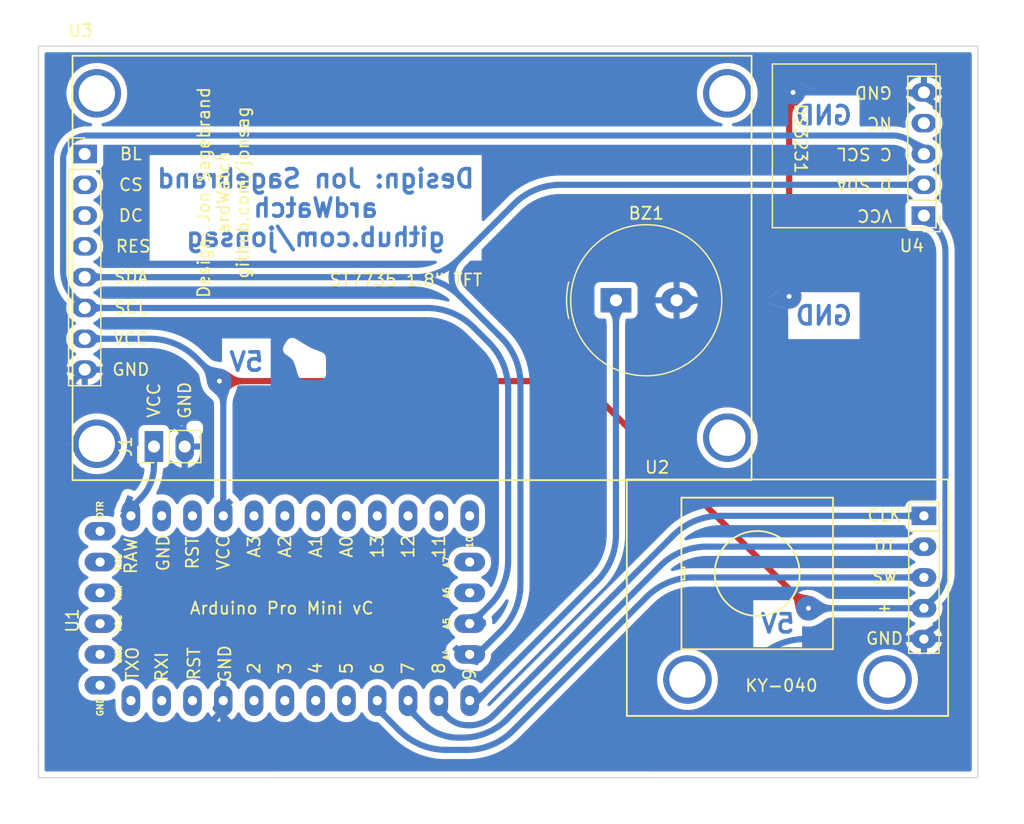
<source format=kicad_pcb>
(kicad_pcb (version 20211014) (generator pcbnew)
  (layers (0 "F.Cu" signal) (31 "B.Cu" signal) (34 "B.Paste" user) (35 "F.Paste" user) (36 "B.SilkS" user "B.Silkscreen") (37 "F.SilkS" user "F.Silkscreen") (38 "B.Mask" user) (39 "F.Mask" user) (44 "Edge.Cuts" user))
  (net 0 "")
  (net 1 "GND")
  (net 4 "VCC")
  (net 8 "+5V")
  (net 26 "SDA")
  (net 32 "SCL")
  (net 35 "Net-(U1-Pad12)")
  (net 37 "Net-(U2-Pad3)")
  (net 38 "Net-(U2-Pad2)")
  (net 39 "Net-(U2-Pad1)")
  (footprint "My_Parts:DS3231_RTC_module_large" (layer "F.Cu") (at 149.225 63.5 180)
    (fp_text reference "U4")
    (fp_text value "DS3231_RTC_module" hide)
  )
  (footprint "My_Arduino:Arduino_Pro_Mini_vC_larger_pads" (layer "F.Cu") (at 83.82 103.505 90)
    (fp_text reference "U1")
    (fp_text value "Arduino_Mini_Pro" hide)
  )
  (footprint "My_Parts:KY-040_rotary_encoder module_w_header_large" (layer "F.Cu") (at 149.225 88.265)
    (fp_text reference "U2")
    (fp_text value "KY-040_Rotary_Encoder" hide)
  )
  (footprint "My_Misc:Buzzer_TDK_PS1240P02BT_D12.2mm_H6.5mm_large" (layer "F.Cu") (at 123.825 70.485)
    (fp_text reference "BZ1")
    (fp_text value "Buzzer")
  )
  (footprint "My_Headers:2-pin_power_input_header_larger_pads" (layer "F.Cu") (at 85.72 82.55 90)
    (fp_text reference "J1")
    (fp_text value "2-pin_power_input_header" hide)
  )
  (footprint "My_Parts:ST7735_1.8_TFT_display_128x160_large" (layer "F.Cu") (at 80.01 58.42)
    (fp_text reference "U3")
    (fp_text value "ST7735_1.8\"_TFT_128x160" hide)
  )
  (gr_line (start 142.24 49.53) (end 153.67 49.53) (layer "Edge.Cuts") (width 0.1))
  (gr_line (start 153.67 49.53) (end 153.67 109.855) (layer "Edge.Cuts") (width 0.1))
  (gr_line (start 76.2 109.855) (end 76.2 107.315) (layer "Edge.Cuts") (width 0.1))
  (gr_line (start 142.24 49.53) (end 76.2 49.53) (layer "Edge.Cuts") (width 0.1))
  (gr_line (start 153.67 109.855) (end 76.2 109.855) (layer "Edge.Cuts") (width 0.1))
  (gr_line (start 76.2 49.53) (end 76.2 107.95) (layer "Edge.Cuts") (width 0.1))
  (gr_text "5V" (at 137.16 97.155) (layer "B.Cu") (effects (font (size 1.5 1.5) (thickness 0.3)) (justify mirror)))
  (gr_text "5V" (at 93.345 75.565) (layer "B.Cu") (effects (font (size 1.5 1.5) (thickness 0.3)) (justify mirror)))
  (gr_text "GND" (at 140.97 71.755) (layer "B.Cu") (effects (font (size 1.5 1.5) (thickness 0.3)) (justify mirror)))
  (gr_text "GND" (at 140.97 55.245) (layer "B.Cu") (effects (font (size 1.5 1.5) (thickness 0.3)) (justify mirror)))
  (gr_text "Design: Jon Sagebrand\nardWatch\ngithub.com/jonsag" (at 99.06 62.865) (layer "B.Cu") (effects (font (size 1.5 1.5) (thickness 0.3)) (justify mirror)))
  (gr_text "Design: Jon Sagebrand\nardWatch\ngithub.com/jonsag" (at 91.44 61.595 90) (layer "F.SilkS") (effects (font (size 1 1))))
  (segment (start 138.1125 53.882006) (end 138.1125 70.1675) (width 0.508) (layer "F.Cu") (net 1))
  (segment (start 138.27125 53.49875) (end 138.43 53.34) (width 0.508) (layer "F.Cu") (net 1))
  (via (at 138.1125 70.1675) (size 2.032) (drill 0.4) (layers "F.Cu" "B.Cu") (net 1))
  (via (at 138.43 53.34) (size 2.032) (drill 0.4) (layers "F.Cu" "B.Cu") (net 1))
  (arc (start 138.27125 53.49875) (mid 138.153757 53.674589) (end 138.1125 53.882006) (width 0.508) (layer "F.Cu") (net 1))
  (segment (start 93.656207 106.991207) (end 90.805 104.14) (width 0.508) (layer "B.Cu") (net 1))
  (segment (start 91.44 103.886) (end 91.44 103.505) (width 0.508) (layer "B.Cu") (net 1))
  (segment (start 138.1125 70.1675) (end 138.43 69.85) (width 0.508) (layer "B.Cu") (net 1))
  (segment (start 90.805239 104.901759) (end 91.170592 104.536407) (width 0.508) (layer "B.Cu") (net 1))
  (segment (start 89.272793 105.53652) (end 83.280728 105.53652) (width 0.508) (layer "B.Cu") (net 1))
  (segment (start 147.250022 98.425) (end 139.413963 98.425) (width 0.508) (layer "B.Cu") (net 1))
  (segment (start 152.01804 93.656982) (end 152.01804 58.108017) (width 0.508) (layer "B.Cu") (net 1))
  (segment (start 137.570493 70.485) (end 128.825 70.485) (width 0.508) (layer "B.Cu") (net 1))
  (segment (start 135.566207 100.018792) (end 128.593792 106.991207) (width 0.508) (layer "B.Cu") (net 1))
  (segment (start 138.43 53.34) (end 137.795 52.705) (width 0.508) (layer "B.Cu") (net 1))
  (segment (start 97.503963 108.585) (end 124.746036 108.585) (width 0.508) (layer "B.Cu") (net 1))
  (segment (start 78.755989 101.01178) (end 78.755989 78.34073) (width 0.508) (layer "B.Cu") (net 1))
  (segment (start 87.901135 81.176113) (end 83.955637 77.230615) (width 0.508) (layer "B.Cu") (net 1))
  (segment (start 138.43 53.34) (end 147.250022 53.34) (width 0.508) (layer "B.Cu") (net 1))
  (segment (start 88.26 82.042489) (end 88.26 82.55) (width 0.508) (layer "B.Cu") (net 1))
  (segment (start 137.95375 70.32625) (end 138.1125 70.1675) (width 0.508) (layer "B.Cu") (net 1))
  (segment (start 80.896719 76.2) (end 81.467511 76.2) (width 0.508) (layer "B.Cu") (net 1))
  (arc (start 137.95375 70.32625) (mid 137.77791 70.443742) (end 137.570493 70.485) (width 0.508) (layer "B.Cu") (net 1))
  (arc (start 91.44 103.886) (mid 91.369983 104.237997) (end 91.170592 104.536407) (width 0.508) (layer "B.Cu") (net 1))
  (arc (start 80.896719 76.2) (mid 80.077497 76.362953) (end 79.382994 76.827005) (width 0.508) (layer "B.Cu") (net 1))
  (arc (start 87.901135 81.176113) (mid 88.166734 81.573609) (end 88.26 82.042489) (width 0.508) (layer "B.Cu") (net 1))
  (arc (start 139.413963 98.425) (mid 137.331572 98.839213) (end 135.566207 100.018792) (width 0.508) (layer "B.Cu") (net 1))
  (arc (start 150.62152 97.02848) (mid 149.074663 98.062056) (end 147.250022 98.425) (width 0.508) (layer "B.Cu") (net 1))
  (arc (start 79.382994 76.827005) (mid 78.918942 77.521508) (end 78.755989 78.34073) (width 0.508) (layer "B.Cu") (net 1))
  (arc (start 150.62152 54.73652) (mid 149.074663 53.702943) (end 147.250022 53.34) (width 0.508) (layer "B.Cu") (net 1))
  (arc (start 80.081254 104.211254) (mid 81.549185 105.192094) (end 83.280728 105.53652) (width 0.508) (layer "B.Cu") (net 1))
  (arc (start 128.593792 106.991207) (mid 126.828426 108.170786) (end 124.746036 108.585) (width 0.508) (layer "B.Cu") (net 1))
  (arc (start 93.656207 106.991207) (mid 95.421572 108.170786) (end 97.503963 108.585) (width 0.508) (layer "B.Cu") (net 1))
  (arc (start 78.755989 101.01178) (mid 79.100414 102.743323) (end 80.081254 104.211254) (width 0.508) (layer "B.Cu") (net 1))
  (arc (start 90.805239 104.901759) (mid 90.102147 105.37155) (end 89.272793 105.53652) (width 0.508) (layer "B.Cu") (net 1))
  (arc (start 83.955637 77.230615) (mid 82.814075 76.467848) (end 81.467511 76.2) (width 0.508) (layer "B.Cu") (net 1))
  (arc (start 152.01804 93.656982) (mid 151.655096 95.481623) (end 150.62152 97.02848) (width 0.508) (layer "B.Cu") (net 1))
  (arc (start 150.62152 54.73652) (mid 151.655096 56.283376) (end 152.01804 58.108017) (width 0.508) (layer "B.Cu") (net 1))
  (segment (start 84.5957 86.854299) (end 83.185 88.265) (width 0.508) (layer "B.Cu") (net 4))
  (segment (start 85.72 84.14) (end 85.72 82.55) (width 0.508) (layer "B.Cu") (net 4))
  (arc (start 85.72 84.14) (mid 85.427803 85.608968) (end 84.5957 86.854299) (width 0.508) (layer "B.Cu") (net 4))
  (segment (start 118.713536 77.1525) (end 91.1225 77.1525) (width 0.508) (layer "F.Cu") (net 8))
  (segment (start 122.561292 78.746292) (end 139.7 95.885) (width 0.508) (layer "F.Cu") (net 8))
  (via (at 139.7 95.885) (size 2.032) (drill 0.4) (layers "F.Cu" "B.Cu") (net 8))
  (via (at 91.1225 77.1525) (size 2.032) (drill 0.4) (layers "F.Cu" "B.Cu") (net 8))
  (arc (start 122.561292 78.746292) (mid 120.795926 77.566713) (end 118.713536 77.1525) (width 0.508) (layer "F.Cu") (net 8))
  (segment (start 150.11376 64.38876) (end 149.225 63.5) (width 0.508) (layer "B.Cu") (net 8))
  (segment (start 91.1225 77.1525) (end 89.223792 75.253792) (width 0.508) (layer "B.Cu") (net 8))
  (segment (start 151.00252 92.850583) (end 151.00252 66.534416) (width 0.508) (layer "B.Cu") (net 8))
  (segment (start 85.376036 73.66) (end 80.01 73.66) (width 0.508) (layer "B.Cu") (net 8))
  (segment (start 91.44 77.694506) (end 91.44 88.265) (width 0.508) (layer "B.Cu") (net 8))
  (segment (start 139.7 95.885) (end 147.968103 95.885) (width 0.508) (layer "B.Cu") (net 8))
  (segment (start 91.1225 77.1525) (end 91.28125 77.31125) (width 0.508) (layer "B.Cu") (net 8))
  (arc (start 150.11376 94.99624) (mid 149.129324 95.654018) (end 147.968103 95.885) (width 0.508) (layer "B.Cu") (net 8))
  (arc (start 150.11376 64.38876) (mid 150.771538 65.373195) (end 151.00252 66.534416) (width 0.508) (layer "B.Cu") (net 8))
  (arc (start 91.28125 77.31125) (mid 91.398742 77.487089) (end 91.44 77.694506) (width 0.508) (layer "B.Cu") (net 8))
  (arc (start 89.223792 75.253792) (mid 87.458426 74.074213) (end 85.376036 73.66) (width 0.508) (layer "B.Cu") (net 8))
  (arc (start 151.00252 92.850583) (mid 150.771538 94.011804) (end 150.11376 94.99624) (width 0.508) (layer "B.Cu") (net 8))
  (segment (start 115.95052 77.398321) (end 115.95052 93.885516) (width 0.508) (layer "B.Cu") (net 26))
  (segment (start 119.260125 60.96) (end 149.225 60.96) (width 0.508) (layer "B.Cu") (net 26))
  (segment (start 112.619506 99.470493) (end 114.356727 97.733272) (width 0.508) (layer "B.Cu") (net 26))
  (segment (start 115.412369 62.553792) (end 110.800374 67.165787) (width 0.508) (layer "B.Cu") (net 26))
  (segment (start 112.0775 99.695) (end 111.76 99.695) (width 0.508) (layer "B.Cu") (net 26))
  (segment (start 107.132198 68.58) (end 80.01 68.58) (width 0.508) (layer "B.Cu") (net 26))
  (segment (start 114.356727 73.550565) (end 110.979954 70.173792) (width 0.508) (layer "B.Cu") (net 26))
  (arc (start 107.132198 68.58) (mid 109.167917 68.212458) (end 110.800374 67.165787) (width 0.508) (layer "B.Cu") (net 26))
  (arc (start 110.979954 70.173792) (mid 109.214588 68.994213) (end 107.132198 68.58) (width 0.508) (layer "B.Cu") (net 26))
  (arc (start 115.95052 93.885516) (mid 115.536306 95.967906) (end 114.356727 97.733272) (width 0.508) (layer "B.Cu") (net 26))
  (arc (start 110.800374 67.165787) (mid 110.267185 68.632597) (end 110.979954 70.173792) (width 0.508) (layer "B.Cu") (net 26))
  (arc (start 114.356727 73.550565) (mid 115.536306 75.31593) (end 115.95052 77.398321) (width 0.508) (layer "B.Cu") (net 26))
  (arc (start 112.619506 99.470493) (mid 112.370831 99.636652) (end 112.0775 99.695) (width 0.508) (layer "B.Cu") (net 26))
  (arc (start 119.260125 60.96) (mid 117.177734 61.374213) (end 115.412369 62.553792) (width 0.508) (layer "B.Cu") (net 26))
  (segment (start 114.935 77.818963) (end 114.935 91.944196) (width 0.508) (layer "B.Cu") (net 32))
  (segment (start 111.821291 97.155) (end 111.76 97.155) (width 0.508) (layer "B.Cu") (net 32))
  (segment (start 81.26689 71.12) (end 108.236036 71.12) (width 0.508) (layer "B.Cu") (net 32))
  (segment (start 111.925921 97.11166) (end 113.408791 95.628791) (width 0.508) (layer "B.Cu") (net 32))
  (segment (start 148.463244 57.658244) (end 149.225 58.42) (width 0.508) (layer "B.Cu") (net 32))
  (segment (start 113.341207 73.971207) (end 112.083792 72.713792) (width 0.508) (layer "B.Cu") (net 32))
  (segment (start 80.232487 56.896489) (end 146.624204 56.896489) (width 0.508) (layer "B.Cu") (net 32))
  (segment (start 78.232489 68.085598) (end 78.232489 58.896487) (width 0.508) (layer "B.Cu") (net 32))
  (arc (start 111.925921 97.11166) (mid 111.877916 97.143736) (end 111.821291 97.155) (width 0.508) (layer "B.Cu") (net 32))
  (arc (start 78.232489 68.085598) (mid 78.463468 69.246813) (end 79.121244 70.231244) (width 0.508) (layer "B.Cu") (net 32))
  (arc (start 114.935 91.944196) (mid 114.538351 93.938284) (end 113.408791 95.628791) (width 0.508) (layer "B.Cu") (net 32))
  (arc (start 79.121244 70.231244) (mid 80.105674 70.889019) (end 81.26689 71.12) (width 0.508) (layer "B.Cu") (net 32))
  (arc (start 113.341207 73.971207) (mid 114.520786 75.736572) (end 114.935 77.818963) (width 0.508) (layer "B.Cu") (net 32))
  (arc (start 112.083792 72.713792) (mid 110.318426 71.534213) (end 108.236036 71.12) (width 0.508) (layer "B.Cu") (net 32))
  (arc (start 148.463244 57.658244) (mid 147.619485 57.094462) (end 146.624204 56.896489) (width 0.508) (layer "B.Cu") (net 32))
  (arc (start 80.232487 56.896489) (mid 78.818274 57.482274) (end 78.232489 58.896487) (width 0.508) (layer "B.Cu") (net 32))
  (segment (start 122.231207 93.668792) (end 112.395 103.505) (width 0.508) (layer "B.Cu") (net 35))
  (segment (start 123.825 89.821036) (end 123.825 70.485) (width 0.508) (layer "B.Cu") (net 35))
  (arc (start 123.825 89.821036) (mid 123.410786 91.903426) (end 122.231207 93.668792) (width 0.508) (layer "B.Cu") (net 35))
  (segment (start 109.821523 107.56756) (end 111.4908 107.56756) (width 0.508) (layer "B.Cu") (net 37))
  (segment (start 104.14 103.8225) (end 104.14 103.505) (width 0.508) (layer "B.Cu") (net 37))
  (segment (start 130.221287 93.345) (end 149.225 93.345) (width 0.508) (layer "B.Cu") (net 37))
  (segment (start 105.973767 105.973767) (end 104.364506 104.364506) (width 0.508) (layer "B.Cu") (net 37))
  (segment (start 115.338556 105.973767) (end 126.373531 94.938792) (width 0.508) (layer "B.Cu") (net 37))
  (arc (start 130.221287 93.345) (mid 128.138896 93.759213) (end 126.373531 94.938792) (width 0.508) (layer "B.Cu") (net 37))
  (arc (start 104.14 103.8225) (mid 104.198347 104.115831) (end 104.364506 104.364506) (width 0.508) (layer "B.Cu") (net 37))
  (arc (start 105.973767 105.973767) (mid 107.739132 107.153346) (end 109.821523 107.56756) (width 0.508) (layer "B.Cu") (net 37))
  (arc (start 115.338556 105.973767) (mid 113.57319 107.153346) (end 111.4908 107.56756) (width 0.508) (layer "B.Cu") (net 37))
  (segment (start 127.477369 92.398792) (end 114.820388 105.055773) (width 0.508) (layer "B.Cu") (net 38))
  (segment (start 131.325125 90.805) (end 149.225 90.805) (width 0.508) (layer "B.Cu") (net 38))
  (segment (start 106.68 103.8225) (end 106.68 103.505) (width 0.508) (layer "B.Cu") (net 38))
  (segment (start 110.797609 106.55204) (end 111.208081 106.55204) (width 0.508) (layer "B.Cu") (net 38))
  (segment (start 107.88602 105.34602) (end 106.904506 104.364506) (width 0.508) (layer "B.Cu") (net 38))
  (arc (start 114.820388 105.055773) (mid 113.163047 106.163172) (end 111.208081 106.55204) (width 0.508) (layer "B.Cu") (net 38))
  (arc (start 107.88602 105.34602) (mid 109.221868 106.238605) (end 110.797609 106.55204) (width 0.508) (layer "B.Cu") (net 38))
  (arc (start 131.325125 90.805) (mid 129.242734 91.219213) (end 127.477369 92.398792) (width 0.508) (layer "B.Cu") (net 38))
  (arc (start 106.68 103.8225) (mid 106.738347 104.115831) (end 106.904506 104.364506) (width 0.508) (layer "B.Cu") (net 38))
  (segment (start 111.604008 105.53652) (end 111.76 105.53652) (width 0.508) (layer "B.Cu") (net 39))
  (segment (start 132.428963 88.265) (end 149.225 88.265) (width 0.508) (layer "B.Cu") (net 39))
  (segment (start 109.22 103.8225) (end 109.22 103.505) (width 0.508) (layer "B.Cu") (net 39))
  (segment (start 109.91826 104.83826) (end 109.444506 104.364506) (width 0.508) (layer "B.Cu") (net 39))
  (segment (start 128.581207 89.858792) (end 113.712042 104.727957) (width 0.508) (layer "B.Cu") (net 39))
  (arc (start 132.428963 88.265) (mid 130.346572 88.679213) (end 128.581207 89.858792) (width 0.508) (layer "B.Cu") (net 39))
  (arc (start 113.712042 104.727957) (mid 112.816437 105.326381) (end 111.76 105.53652) (width 0.508) (layer "B.Cu") (net 39))
  (arc (start 109.22 103.8225) (mid 109.278347 104.115831) (end 109.444506 104.364506) (width 0.508) (layer "B.Cu") (net 39))
  (arc (start 109.91826 104.83826) (mid 110.691687 105.355048) (end 111.604008 105.53652) (width 0.508) (layer "B.Cu") (net 39))
  (zone (net 8) (net_name "+5V") (layer "F.Cu") (priority 16962) (connect_pads yes (clearance 0)) (min_thickness 0.0254) (fill yes (thermal_gap 0.508) (thermal_bridge_width 0.508))
    (polygon (pts (xy 93.1485 76.8985) (xy 92.913819 76.888756) (xy 92.718728 76.860922) (xy 92.554745 76.81709) (xy 92.413387 76.759352) (xy 92.286173 76.689802) (xy 92.164619 76.610531) (xy 92.040244 76.523633) (xy 91.904564 76.431199) (xy 91.749098 76.335324) (xy 91.565364 76.2381) (xy 90.6145 77.1525) (xy 91.565364 78.0669) (xy 91.749098 77.969675) (xy 91.904564 77.8738) (xy 92.040244 77.781366) (xy 92.164619 77.694468) (xy 92.286173 77.615197) (xy 92.413387 77.545647) (xy 92.554745 77.487909) (xy 92.718728 77.444077) (xy 92.913819 77.416243) (xy 93.1485 77.4065)))
  )
  (zone (net 1) (net_name "GND") (layer "F.Cu") (priority 16962) (connect_pads yes (clearance 0)) (min_thickness 0.0254) (fill yes (thermal_gap 0.508) (thermal_bridge_width 0.508))
    (polygon (pts (xy 137.8585 68.1415) (xy 137.848756 68.37618) (xy 137.820922 68.571271) (xy 137.77709 68.735254) (xy 137.719352 68.876612) (xy 137.649802 69.003826) (xy 137.570531 69.12538) (xy 137.483633 69.249755) (xy 137.391199 69.385435) (xy 137.295324 69.540901) (xy 137.1981 69.724636) (xy 138.1125 70.6755) (xy 139.0269 69.724636) (xy 138.929675 69.540901) (xy 138.8338 69.385435) (xy 138.741366 69.249755) (xy 138.654468 69.12538) (xy 138.575197 69.003826) (xy 138.505647 68.876612) (xy 138.447909 68.735254) (xy 138.404077 68.571271) (xy 138.376243 68.37618) (xy 138.3665 68.1415)))
  )
  (zone (net 1) (net_name "GND") (layer "F.Cu") (priority 16962) (connect_pads yes (clearance 0)) (min_thickness 0.0254) (fill yes (thermal_gap 0.508) (thermal_bridge_width 0.508))
    (polygon (pts (xy 138.3665 55.328006) (xy 138.376511 55.121389) (xy 138.405632 54.949955) (xy 138.452487 54.807036) (xy 138.515704 54.685964) (xy 138.593909 54.58007) (xy 138.685729 54.482686) (xy 138.789791 54.387145) (xy 138.904722 54.286778) (xy 139.029147 54.174917) (xy 139.161695 54.044895) (xy 138.587733 52.857109) (xy 137.423287 53.477054) (xy 137.462481 53.701601) (xy 137.511229 53.89179) (xy 137.566309 54.057216) (xy 137.624497 54.207477) (xy 137.682573 54.352169) (xy 137.737315 54.500891) (xy 137.7855 54.663238) (xy 137.823908 54.848808) (xy 137.849315 55.067199) (xy 137.8585 55.328006)))
  )
  (zone (net 8) (net_name "+5V") (layer "F.Cu") (priority 16962) (connect_pads yes (clearance 0)) (min_thickness 0.0254) (fill yes (thermal_gap 0.508) (thermal_bridge_width 0.508))
    (polygon (pts (xy 138.087798 94.632008) (xy 138.246852 94.804841) (xy 138.365121 94.962473) (xy 138.45008 95.10942) (xy 138.509208 95.250202) (xy 138.549982 95.389335) (xy 138.579881 95.53134) (xy 138.606381 95.680733) (xy 138.636961 95.842033) (xy 138.679098 96.019757) (xy 138.74027 96.218426) (xy 140.05921 96.24421) (xy 140.033426 94.92527) (xy 139.834757 94.864098) (xy 139.657033 94.821961) (xy 139.495733 94.791381) (xy 139.34634 94.764881) (xy 139.204335 94.734982) (xy 139.065202 94.694208) (xy 138.92442 94.63508) (xy 138.777473 94.550121) (xy 138.619841 94.431852) (xy 138.447008 94.272798)))
  )
  (zone (net 26) (net_name "SDA") (layer "B.Cu") (priority 16962) (connect_pads yes (clearance 0)) (min_thickness 0.0254) (fill yes (thermal_gap 0.508) (thermal_bridge_width 0.508))
    (polygon (pts (xy 112.507423 100.070057) (xy 112.457584 100.061557) (xy 112.417644 100.045337) (xy 112.386641 100.022269) (xy 112.36361 99.993224) (xy 112.347592 99.959075) (xy 112.337622 99.920693) (xy 112.332739 99.878949) (xy 112.33198 99.834716) (xy 112.334383 99.788866) (xy 112.338986 99.74227) (xy 111.456291 99.295337) (xy 111.522053 100.414638) (xy 111.634365 100.425943) (xy 111.730527 100.440162) (xy 111.815114 100.456607) (xy 111.8927 100.474594) (xy 111.967863 100.493437) (xy 112.045177 100.512449) (xy 112.129217 100.530945) (xy 112.224561 100.54824) (xy 112.335783 100.563647) (xy 112.467459 100.576481)))
  )
  (zone (net 4) (net_name "VCC") (layer "B.Cu") (priority 16962) (connect_pads yes (clearance 0)) (min_thickness 0.0254) (fill yes (thermal_gap 0.508) (thermal_bridge_width 0.508))
    (polygon (pts (xy 83.546489 86.544317) (xy 83.471948 86.733353) (xy 83.407969 86.89359) (xy 83.351883 87.031311) (xy 83.301023 87.152803) (xy 83.252721 87.264348) (xy 83.204308 87.372232) (xy 83.153118 87.48274) (xy 83.096481 87.602156) (xy 83.031731 87.736765) (xy 82.9562 87.892852) (xy 83.642 88.606) (xy 84.3278 87.892852) (xy 84.259068 87.763587) (xy 84.189029 87.648959) (xy 84.121329 87.544562) (xy 84.059616 87.445986) (xy 84.007539 87.348826) (xy 83.968743 87.248674) (xy 83.946878 87.141123) (xy 83.94559 87.021764) (xy 83.968527 86.886192) (xy 84.019337 86.729999)))
  )
  (zone (net 8) (net_name "+5V") (layer "B.Cu") (priority 16962) (connect_pads yes (clearance 0)) (min_thickness 0.0254) (fill yes (thermal_gap 0.508) (thermal_bridge_width 0.508))
    (polygon (pts (xy 150.79823 64.859891) (xy 150.668458 64.644023) (xy 150.555718 64.461581) (xy 150.457324 64.304604) (xy 150.370593 64.165128) (xy 150.292841 64.035192) (xy 150.221382 63.906833) (xy 150.153533 63.77209) (xy 150.086608 63.623) (xy 150.017925 63.451601) (xy 149.944798 63.249931) (xy 148.955593 63.230593) (xy 148.974931 64.219798) (xy 149.163545 64.281759) (xy 149.333378 64.333502) (xy 149.487307 64.381186) (xy 149.628207 64.430969) (xy 149.758953 64.489007) (xy 149.882421 64.56146) (xy 150.001487 64.654484) (xy 150.119026 64.774239) (xy 150.237914 64.926882) (xy 150.361026 65.118571)))
  )
  (zone (net 26) (net_name "SDA") (layer "B.Cu") (priority 16962) (connect_pads yes (clearance 0)) (min_thickness 0.0254) (fill yes (thermal_gap 0.508) (thermal_bridge_width 0.508))
    (polygon (pts (xy 112.885364 98.845425) (xy 112.78153 98.936981) (xy 112.683698 98.999384) (xy 112.589861 99.036741) (xy 112.498015 99.053159) (xy 112.406153 99.052745) (xy 112.312271 99.039605) (xy 112.214363 99.017849) (xy 112.110423 98.991582) (xy 111.998445 98.964912) (xy 111.876426 98.941947) (xy 111.395752 99.806732) (xy 112.298815 100.233815) (xy 112.414025 100.116268) (xy 112.511031 100.012922) (xy 112.594941 99.919669) (xy 112.67086 99.832405) (xy 112.743897 99.747022) (xy 112.819157 99.659416) (xy 112.901748 99.565479) (xy 112.996776 99.461108) (xy 113.109349 99.342195) (xy 113.244574 99.204635)))
  )
  (zone (net 8) (net_name "+5V") (layer "B.Cu") (priority 16962) (connect_pads yes (clearance 0)) (min_thickness 0.0254) (fill yes (thermal_gap 0.508) (thermal_bridge_width 0.508))
    (polygon (pts (xy 91.186 86.743) (xy 91.18024 86.917035) (xy 91.163603 87.063294) (xy 91.137049 87.187606) (xy 91.101539 87.295798) (xy 91.058033 87.393699) (xy 91.007493 87.487138) (xy 90.950878 87.581945) (xy 90.889151 87.683947) (xy 90.823271 87.798973) (xy 90.7542 87.932852) (xy 91.44 88.646) (xy 92.1258 87.932852) (xy 92.056728 87.798973) (xy 91.990848 87.683947) (xy 91.929121 87.581945) (xy 91.872506 87.487138) (xy 91.821966 87.393699) (xy 91.77846 87.295798) (xy 91.74295 87.187606) (xy 91.716396 87.063294) (xy 91.699759 86.917035) (xy 91.694 86.743)))
  )
  (zone (net 1) (net_name "GND") (layer "B.Cu") (priority 16962) (connect_pads yes (clearance 0)) (min_thickness 0.0254) (fill yes (thermal_gap 0.508) (thermal_bridge_width 0.508))
    (polygon (pts (xy 136.124493 70.739) (xy 136.3853 70.748184) (xy 136.60369 70.773591) (xy 136.78926 70.811999) (xy 136.951607 70.860184) (xy 137.100329 70.914926) (xy 137.245022 70.973002) (xy 137.395283 71.03119) (xy 137.560709 71.08627) (xy 137.750898 71.135018) (xy 137.975446 71.174213) (xy 138.595391 70.009767) (xy 137.407605 69.435805) (xy 137.277581 69.568352) (xy 137.165721 69.692777) (xy 137.065354 69.807708) (xy 136.969812 69.91177) (xy 136.872429 70.00359) (xy 136.766535 70.081795) (xy 136.645462 70.145012) (xy 136.502543 70.191867) (xy 136.331109 70.220988) (xy 136.124493 70.231)))
  )
  (zone (net 8) (net_name "+5V") (layer "B.Cu") (priority 16962) (connect_pads yes (clearance 0)) (min_thickness 0.0254) (fill yes (thermal_gap 0.508) (thermal_bridge_width 0.508))
    (polygon (pts (xy 91.694 79.140506) (xy 91.703184 78.879699) (xy 91.728591 78.661308) (xy 91.766999 78.475738) (xy 91.815184 78.313391) (xy 91.869926 78.164669) (xy 91.928002 78.019977) (xy 91.98619 77.869716) (xy 92.04127 77.70429) (xy 92.090018 77.514101) (xy 92.129213 77.289554) (xy 90.964767 76.669609) (xy 90.390805 77.857395) (xy 90.523352 77.987417) (xy 90.647777 78.099278) (xy 90.762708 78.199645) (xy 90.86677 78.295186) (xy 90.95859 78.39257) (xy 91.036795 78.498464) (xy 91.100012 78.619536) (xy 91.146867 78.762455) (xy 91.175988 78.933889) (xy 91.186 79.140506)))
  )
  (zone (net 35) (net_name "Net-(U1-Pad12)") (layer "B.Cu") (priority 16962) (connect_pads yes (clearance 0)) (min_thickness 0.0254) (fill yes (thermal_gap 0.508) (thermal_bridge_width 0.508))
    (polygon (pts (xy 124.079 72.475) (xy 124.088511 72.244704) (xy 124.11569 72.053191) (xy 124.158502 71.892158) (xy 124.214912 71.7533) (xy 124.282886 71.628316) (xy 124.360389 71.508902) (xy 124.445386 71.386755) (xy 124.535843 71.253573) (xy 124.629726 71.101052) (xy 124.725 70.920889) (xy 123.825 69.985) (xy 122.925 70.920889) (xy 123.020273 71.101052) (xy 123.114156 71.253573) (xy 123.204613 71.386755) (xy 123.28961 71.508902) (xy 123.367113 71.628316) (xy 123.435087 71.7533) (xy 123.491497 71.892158) (xy 123.534309 72.053191) (xy 123.561488 72.244704) (xy 123.571 72.475)))
  )
  (zone (net 1) (net_name "GND") (layer "B.Cu") (priority 16962) (connect_pads yes (clearance 0)) (min_thickness 0.0254) (fill yes (thermal_gap 0.508) (thermal_bridge_width 0.508))
    (polygon (pts (xy 91.039367 105.026842) (xy 91.171458 104.89353) (xy 91.282445 104.779231) (xy 91.377063 104.679732) (xy 91.460047 104.590821) (xy 91.536132 104.508287) (xy 91.610053 104.427915) (xy 91.686547 104.345495) (xy 91.770348 104.256813) (xy 91.866192 104.157657) (xy 91.978814 104.043816) (xy 91.52025 103.132548) (xy 90.699625 103.685245) (xy 90.732462 103.801968) (xy 90.768881 103.909869) (xy 90.804639 104.010716) (xy 90.835494 104.106277) (xy 90.857206 104.198319) (xy 90.865532 104.288611) (xy 90.856232 104.37892) (xy 90.825063 104.471015) (xy 90.767786 104.566662) (xy 90.680157 104.667631)))
  )
  (zone (net 26) (net_name "SDA") (layer "B.Cu") (priority 16962) (connect_pads yes (clearance 0)) (min_thickness 0.0254) (fill yes (thermal_gap 0.508) (thermal_bridge_width 0.508))
    (polygon (pts (xy 81.532 68.326) (xy 81.357964 68.32024) (xy 81.211705 68.303603) (xy 81.087393 68.277049) (xy 80.979201 68.241539) (xy 80.8813 68.198033) (xy 80.787861 68.147493) (xy 80.693054 68.090878) (xy 80.591052 68.029151) (xy 80.476026 67.963271) (xy 80.342148 67.8942) (xy 79.629 68.58) (xy 80.342148 69.2658) (xy 80.476026 69.196728) (xy 80.591052 69.130848) (xy 80.693054 69.069121) (xy 80.787861 69.012506) (xy 80.8813 68.961966) (xy 80.979201 68.91846) (xy 81.087393 68.88295) (xy 81.211705 68.856396) (xy 81.357964 68.839759) (xy 81.532 68.834)))
  )
  (zone (net 37) (net_name "Net-(U2-Pad3)") (layer "B.Cu") (priority 16962) (connect_pads yes (clearance 0)) (min_thickness 0.0254) (fill yes (thermal_gap 0.508) (thermal_bridge_width 0.508))
    (polygon (pts (xy 104.989576 104.630366) (xy 104.898018 104.526532) (xy 104.835615 104.428699) (xy 104.798258 104.334862) (xy 104.78184 104.243016) (xy 104.782255 104.151154) (xy 104.795394 104.057271) (xy 104.81715 103.959363) (xy 104.843417 103.855422) (xy 104.870087 103.743445) (xy 104.893053 103.621425) (xy 104.028268 103.140752) (xy 103.601185 104.043815) (xy 103.718731 104.159025) (xy 103.822077 104.256032) (xy 103.91533 104.339941) (xy 104.002595 104.415861) (xy 104.087978 104.488898) (xy 104.175584 104.564158) (xy 104.26952 104.646749) (xy 104.373892 104.741778) (xy 104.492805 104.854351) (xy 104.630366 104.989576)))
  )
  (zone (net 1) (net_name "GND") (layer "B.Cu") (priority 16962) (connect_pads yes (clearance 0)) (min_thickness 0.0254) (fill yes (thermal_gap 0.508) (thermal_bridge_width 0.508))
    (polygon (pts (xy 87.672253 81.30644) (xy 87.757992 81.408847) (xy 87.807586 81.505998) (xy 87.826361 81.599554) (xy 87.819647 81.69118) (xy 87.792773 81.782536) (xy 87.751065 81.875284) (xy 87.699855 81.971088) (xy 87.644469 82.071608) (xy 87.590236 82.178509) (xy 87.542486 82.293451) (xy 88.300931 82.928794) (xy 88.798815 82.011185) (xy 88.694055 81.89812) (xy 88.612152 81.793676) (xy 88.546871 81.695175) (xy 88.491974 81.59994) (xy 88.441226 81.505296) (xy 88.388392 81.408564) (xy 88.327234 81.307069) (xy 88.251517 81.198133) (xy 88.155005 81.079079) (xy 88.031462 80.947231)))
  )
  (zone (net 8) (net_name "+5V") (layer "B.Cu") (priority 16962) (connect_pads yes (clearance 0)) (min_thickness 0.0254) (fill yes (thermal_gap 0.508) (thermal_bridge_width 0.508))
    (polygon (pts (xy 91.912347 86.798443) (xy 91.768372 86.935327) (xy 91.639977 87.044269) (xy 91.523665 87.131496) (xy 91.415938 87.203233) (xy 91.313299 87.265706) (xy 91.21225 87.325142) (xy 91.109294 87.387765) (xy 91.000935 87.459804) (xy 90.883673 87.547482) (xy 90.754014 87.657027) (xy 91.117126 88.57738) (xy 92.022584 88.178576) (xy 92.012912 88.051697) (xy 92.002362 87.936887) (xy 91.994143 87.831687) (xy 91.991467 87.733635) (xy 91.997543 87.640271) (xy 92.015581 87.549134) (xy 92.048791 87.457764) (xy 92.100384 87.363701) (xy 92.173569 87.264484) (xy 92.271557 87.157653)))
  )
  (zone (net 4) (net_name "VCC") (layer "B.Cu") (priority 16962) (connect_pads yes (clearance 0)) (min_thickness 0.0254) (fill yes (thermal_gap 0.508) (thermal_bridge_width 0.508))
    (polygon (pts (xy 84.08161 87.009179) (xy 83.975594 87.112858) (xy 83.883474 87.198638) (xy 83.802204 87.270565) (xy 83.728737 87.332688) (xy 83.660026 87.389053) (xy 83.593025 87.443708) (xy 83.524686 87.500701) (xy 83.451965 87.56408) (xy 83.371813 87.637892) (xy 83.281185 87.726185) (xy 83.888081 88.639867) (xy 84.435409 87.815651) (xy 84.404049 87.770089) (xy 84.377743 87.725362) (xy 84.357252 87.681224) (xy 84.34334 87.637435) (xy 84.336772 87.593749) (xy 84.338312 87.549926) (xy 84.348723 87.505721) (xy 84.368768 87.460892) (xy 84.399213 87.415195) (xy 84.44082 87.368389)))
  )
  (zone (net 1) (net_name "GND") (layer "B.Cu") (priority 16962) (connect_pads yes (clearance 0)) (min_thickness 0.0254) (fill yes (thermal_gap 0.508) (thermal_bridge_width 0.508))
    (polygon (pts (xy 130.815 70.231) (xy 130.584704 70.221488) (xy 130.393191 70.194309) (xy 130.232158 70.151497) (xy 130.0933 70.095087) (xy 129.968316 70.027113) (xy 129.848902 69.94961) (xy 129.726755 69.864613) (xy 129.593573 69.774156) (xy 129.441052 69.680273) (xy 129.260889 69.585) (xy 128.325 70.485) (xy 129.260889 71.385) (xy 129.441052 71.289726) (xy 129.593573 71.195843) (xy 129.726755 71.105386) (xy 129.848902 71.020389) (xy 129.968316 70.942886) (xy 130.0933 70.874912) (xy 130.232158 70.818502) (xy 130.393191 70.77569) (xy 130.584704 70.748511) (xy 130.815 70.739)))
  )
  (zone (net 32) (net_name "SCL") (layer "B.Cu") (priority 16962) (connect_pads yes (clearance 0)) (min_thickness 0.0254) (fill yes (thermal_gap 0.508) (thermal_bridge_width 0.508))
    (polygon (pts (xy 81.532 70.866) (xy 81.357964 70.86024) (xy 81.211705 70.843603) (xy 81.087393 70.817049) (xy 80.979201 70.781539) (xy 80.8813 70.738033) (xy 80.787861 70.687493) (xy 80.693054 70.630878) (xy 80.591052 70.569151) (xy 80.476026 70.503271) (xy 80.342148 70.4342) (xy 79.629 71.12) (xy 80.342148 71.8058) (xy 80.476026 71.736728) (xy 80.591052 71.670848) (xy 80.693054 71.609121) (xy 80.787861 71.552506) (xy 80.8813 71.501966) (xy 80.979201 71.45846) (xy 81.087393 71.42295) (xy 81.211705 71.396396) (xy 81.357964 71.379759) (xy 81.532 71.374)))
  )
  (zone (net 32) (net_name "SCL") (layer "B.Cu") (priority 16962) (connect_pads yes (clearance 0)) (min_thickness 0.0254) (fill yes (thermal_gap 0.508) (thermal_bridge_width 0.508))
    (polygon (pts (xy 113.104 96.861) (xy 112.929964 96.85524) (xy 112.783705 96.838603) (xy 112.659393 96.812049) (xy 112.551201 96.776539) (xy 112.4533 96.733033) (xy 112.359861 96.682493) (xy 112.265054 96.625878) (xy 112.163052 96.564151) (xy 112.048026 96.498271) (xy 111.914148 96.4292) (xy 111.201 97.115) (xy 111.914148 97.8008) (xy 112.048026 97.731728) (xy 112.163052 97.665848) (xy 112.265054 97.604121) (xy 112.359861 97.547506) (xy 112.4533 97.496966) (xy 112.551201 97.45346) (xy 112.659393 97.41795) (xy 112.783705 97.391396) (xy 112.929964 97.374759) (xy 113.104 97.369)))
  )
  (zone (net 8) (net_name "+5V") (layer "B.Cu") (priority 16962) (connect_pads yes (clearance 0)) (min_thickness 0.0254) (fill yes (thermal_gap 0.508) (thermal_bridge_width 0.508))
    (polygon (pts (xy 89.510298 75.899508) (xy 89.669352 76.072341) (xy 89.787621 76.229973) (xy 89.87258 76.37692) (xy 89.931708 76.517702) (xy 89.972482 76.656835) (xy 90.002381 76.79884) (xy 90.028881 76.948233) (xy 90.059461 77.109533) (xy 90.101598 77.287257) (xy 90.16277 77.485926) (xy 91.48171 77.51171) (xy 91.455926 76.19277) (xy 91.257257 76.131598) (xy 91.079533 76.089461) (xy 90.918233 76.058881) (xy 90.76884 76.032381) (xy 90.626835 76.002482) (xy 90.487702 75.961708) (xy 90.34692 75.90258) (xy 90.199973 75.817621) (xy 90.042341 75.699352) (xy 89.869508 75.540298)))
  )
  (zone (net 0) (net_name "") (layer "B.Cu") (connect_pads (clearance 0.508)) (min_thickness 0.254) (fill yes (thermal_gap 0.508) (thermal_bridge_width 0.508))
    (polygon (pts (xy 157.48 113.665) (xy 73.025 113.665) (xy 73.025 45.72) (xy 157.48 45.72)))
  )
  (zone (net 37) (net_name "Net-(U2-Pad3)") (layer "B.Cu") (priority 16962) (connect_pads yes (clearance 0)) (min_thickness 0.0254) (fill yes (thermal_gap 0.508) (thermal_bridge_width 0.508))
    (polygon (pts (xy 147.703 93.599) (xy 147.877035 93.604759) (xy 148.023294 93.621396) (xy 148.147606 93.64795) (xy 148.255798 93.68346) (xy 148.353699 93.726966) (xy 148.447138 93.777506) (xy 148.541945 93.834121) (xy 148.643947 93.895848) (xy 148.758973 93.961728) (xy 148.892852 94.0308) (xy 149.606 93.345) (xy 148.892852 92.6592) (xy 148.758973 92.728271) (xy 148.643947 92.794151) (xy 148.541945 92.855878) (xy 148.447138 92.912493) (xy 148.353699 92.963033) (xy 148.255798 93.006539) (xy 148.147606 93.042049) (xy 148.023294 93.068603) (xy 147.877035 93.08524) (xy 147.703 93.091)))
  )
  (zone (net 1) (net_name "GND") (layer "B.Cu") (priority 16962) (connect_pads yes (clearance 0)) (min_thickness 0.0254) (fill yes (thermal_gap 0.508) (thermal_bridge_width 0.508))
    (polygon (pts (xy 140.456 53.086) (xy 140.221319 53.076256) (xy 140.026228 53.048422) (xy 139.862245 53.00459) (xy 139.720887 52.946852) (xy 139.593673 52.877302) (xy 139.472119 52.798031) (xy 139.347744 52.711133) (xy 139.212064 52.618699) (xy 139.056598 52.522824) (xy 138.872864 52.4256) (xy 137.922 53.34) (xy 138.872864 54.2544) (xy 139.056598 54.157175) (xy 139.212064 54.0613) (xy 139.347744 53.968866) (xy 139.472119 53.881968) (xy 139.593673 53.802697) (xy 139.720887 53.733147) (xy 139.862245 53.675409) (xy 140.026228 53.631577) (xy 140.221319 53.603743) (xy 140.456 53.594)))
  )
  (zone (net 32) (net_name "SCL") (layer "B.Cu") (priority 16962) (connect_pads yes (clearance 0)) (min_thickness 0.0254) (fill yes (thermal_gap 0.508) (thermal_bridge_width 0.508))
    (polygon (pts (xy 147.733655 57.429298) (xy 147.906188 57.532126) (xy 148.041534 57.634647) (xy 148.14569 57.738748) (xy 148.224651 57.846314) (xy 148.284417 57.95923) (xy 148.330983 58.079383) (xy 148.370348 58.208657) (xy 148.408508 58.348939) (xy 148.45146 58.502114) (xy 148.505202 58.670069) (xy 149.494407 58.689407) (xy 149.475069 57.700202) (xy 149.290466 57.634295) (xy 149.132756 57.5741) (xy 148.994727 57.516978) (xy 148.869168 57.460292) (xy 148.748866 57.401406) (xy 148.62661 57.337681) (xy 148.495188 57.26648) (xy 148.347389 57.185166) (xy 148.176 57.091103) (xy 147.973811 56.981652)))
  )
  (zone (net 26) (net_name "SDA") (layer "B.Cu") (priority 16962) (connect_pads yes (clearance 0)) (min_thickness 0.0254) (fill yes (thermal_gap 0.508) (thermal_bridge_width 0.508))
    (polygon (pts (xy 81.532 68.326) (xy 81.357964 68.32024) (xy 81.211705 68.303603) (xy 81.087393 68.277049) (xy 80.979201 68.241539) (xy 80.8813 68.198033) (xy 80.787861 68.147493) (xy 80.693054 68.090878) (xy 80.591052 68.029151) (xy 80.476026 67.963271) (xy 80.342148 67.8942) (xy 79.629 68.58) (xy 80.342148 69.2658) (xy 80.476026 69.196728) (xy 80.591052 69.130848) (xy 80.693054 69.069121) (xy 80.787861 69.012506) (xy 80.8813 68.961966) (xy 80.979201 68.91846) (xy 81.087393 68.88295) (xy 81.211705 68.856396) (xy 81.357964 68.839759) (xy 81.532 68.834)))
  )
  (zone (net 26) (net_name "SDA") (layer "B.Cu") (priority 16962) (connect_pads yes (clearance 0)) (min_thickness 0.0254) (fill yes (thermal_gap 0.508) (thermal_bridge_width 0.508))
    (polygon (pts (xy 147.703 61.214) (xy 147.877035 61.219759) (xy 148.023294 61.236396) (xy 148.147606 61.26295) (xy 148.255798 61.29846) (xy 148.353699 61.341966) (xy 148.447138 61.392506) (xy 148.541945 61.449121) (xy 148.643947 61.510848) (xy 148.758973 61.576728) (xy 148.892852 61.6458) (xy 149.606 60.96) (xy 148.892852 60.2742) (xy 148.758973 60.343271) (xy 148.643947 60.409151) (xy 148.541945 60.470878) (xy 148.447138 60.527493) (xy 148.353699 60.578033) (xy 148.255798 60.621539) (xy 148.147606 60.657049) (xy 148.023294 60.683603) (xy 147.877035 60.70024) (xy 147.703 60.706)))
  )
  (zone (net 26) (net_name "SDA") (layer "B.Cu") (priority 16962) (connect_pads yes (clearance 0)) (min_thickness 0.0254) (fill yes (thermal_gap 0.508) (thermal_bridge_width 0.508))
    (polygon (pts (xy 110.310396 99.239606) (xy 110.407086 99.337937) (xy 110.492007 99.427812) (xy 110.566479 99.510601) (xy 110.63182 99.587674) (xy 110.689351 99.6604) (xy 110.740391 99.730147) (xy 110.786261 99.798286) (xy 110.82828 99.866186) (xy 110.867767 99.935217) (xy 110.906044 100.006748) (xy 111.944688 99.771696) (xy 111.237989 98.975074) (xy 111.192173 98.995834) (xy 111.142492 99.013089) (xy 111.089475 99.025632) (xy 111.033655 99.032261) (xy 110.975562 99.031771) (xy 110.915728 99.022959) (xy 110.854684 99.004619) (xy 110.792961 98.975548) (xy 110.731091 98.934541) (xy 110.669606 98.880396)))
  )
  (zone (net 8) (net_name "+5V") (layer "B.Cu") (priority 16962) (connect_pads yes (clearance 0)) (min_thickness 0.0254) (fill yes (thermal_gap 0.508) (thermal_bridge_width 0.508))
    (polygon (pts (xy 141.726 95.631) (xy 141.491319 95.621256) (xy 141.296228 95.593422) (xy 141.132245 95.54959) (xy 140.990887 95.491852) (xy 140.863673 95.422302) (xy 140.742119 95.343031) (xy 140.617744 95.256133) (xy 140.482064 95.163699) (xy 140.326598 95.067824) (xy 140.142864 94.9706) (xy 139.192 95.885) (xy 140.142864 96.7994) (xy 140.326598 96.702175) (xy 140.482064 96.6063) (xy 140.617744 96.513866) (xy 140.742119 96.426968) (xy 140.863673 96.347697) (xy 140.990887 96.278147) (xy 141.132245 96.220409) (xy 141.296228 96.176577) (xy 141.491319 96.148743) (xy 141.726 96.139)))
  )
  (zone (net 38) (net_name "Net-(U2-Pad2)") (layer "B.Cu") (priority 16962) (connect_pads yes (clearance 0)) (min_thickness 0.0254) (fill yes (thermal_gap 0.508) (thermal_bridge_width 0.508))
    (polygon (pts (xy 107.529576 104.630366) (xy 107.438018 104.526532) (xy 107.375615 104.428699) (xy 107.338258 104.334862) (xy 107.32184 104.243016) (xy 107.322255 104.151154) (xy 107.335394 104.057271) (xy 107.35715 103.959363) (xy 107.383417 103.855422) (xy 107.410087 103.743445) (xy 107.433053 103.621425) (xy 106.568268 103.140752) (xy 106.141185 104.043815) (xy 106.258731 104.159025) (xy 106.362077 104.256032) (xy 106.45533 104.339941) (xy 106.542595 104.415861) (xy 106.627978 104.488898) (xy 106.715584 104.564158) (xy 106.80952 104.646749) (xy 106.913892 104.741778) (xy 107.032805 104.854351) (xy 107.170366 104.989576)))
  )
  (zone (net 39) (net_name "Net-(U2-Pad1)") (layer "B.Cu") (priority 16962) (connect_pads yes (clearance 0)) (min_thickness 0.0254) (fill yes (thermal_gap 0.508) (thermal_bridge_width 0.508))
    (polygon (pts (xy 147.703 88.519) (xy 147.877035 88.524759) (xy 148.023294 88.541396) (xy 148.147606 88.56795) (xy 148.255798 88.60346) (xy 148.353699 88.646966) (xy 148.447138 88.697506) (xy 148.541945 88.754121) (xy 148.643947 88.815848) (xy 148.758973 88.881728) (xy 148.892852 88.9508) (xy 149.606 88.265) (xy 148.892852 87.5792) (xy 148.758973 87.648271) (xy 148.643947 87.714151) (xy 148.541945 87.775878) (xy 148.447138 87.832493) (xy 148.353699 87.883033) (xy 148.255798 87.926539) (xy 148.147606 87.962049) (xy 148.023294 87.988603) (xy 147.877035 88.00524) (xy 147.703 88.011)))
  )
  (zone (net 4) (net_name "VCC") (layer "B.Cu") (priority 16962) (connect_pads yes (clearance 0)) (min_thickness 0.0254) (fill yes (thermal_gap 0.508) (thermal_bridge_width 0.508))
    (polygon (pts (xy 85.974 84.072) (xy 85.979759 83.897964) (xy 85.996396 83.751705) (xy 86.02295 83.627393) (xy 86.05846 83.519201) (xy 86.101966 83.4213) (xy 86.152506 83.327861) (xy 86.209121 83.233054) (xy 86.270848 83.131052) (xy 86.336728 83.016026) (xy 86.4058 82.882148) (xy 85.72 82.169) (xy 85.0342 82.882148) (xy 85.103271 83.016026) (xy 85.169151 83.131052) (xy 85.230878 83.233054) (xy 85.287493 83.327861) (xy 85.338033 83.4213) (xy 85.381539 83.519201) (xy 85.417049 83.627393) (xy 85.443603 83.751705) (xy 85.46024 83.897964) (xy 85.466 84.072)))
  )
  (zone (net 8) (net_name "+5V") (layer "B.Cu") (priority 16962) (connect_pads yes (clearance 0)) (min_thickness 0.0254) (fill yes (thermal_gap 0.508) (thermal_bridge_width 0.508))
    (polygon (pts (xy 81.532 73.406) (xy 81.357964 73.40024) (xy 81.211705 73.383603) (xy 81.087393 73.357049) (xy 80.979201 73.321539) (xy 80.8813 73.278033) (xy 80.787861 73.227493) (xy 80.693054 73.170878) (xy 80.591052 73.109151) (xy 80.476026 73.043271) (xy 80.342148 72.9742) (xy 79.629 73.66) (xy 80.342148 74.3458) (xy 80.476026 74.276728) (xy 80.591052 74.210848) (xy 80.693054 74.149121) (xy 80.787861 74.092506) (xy 80.8813 74.041966) (xy 80.979201 73.99846) (xy 81.087393 73.96295) (xy 81.211705 73.936396) (xy 81.357964 73.919759) (xy 81.532 73.914)))
  )
  (zone (net 1) (net_name "GND") (layer "B.Cu") (connect_pads (clearance 0.508)) (min_thickness 0.254) (fill yes (thermal_gap 0.508) (thermal_bridge_width 0.508))
    (polygon (pts (xy 155.575 111.76) (xy 74.93 111.76) (xy 74.93 47.625) (xy 155.575 47.625)))
  )
  (zone (net 38) (net_name "Net-(U2-Pad2)") (layer "B.Cu") (priority 16962) (connect_pads yes (clearance 0)) (min_thickness 0.0254) (fill yes (thermal_gap 0.508) (thermal_bridge_width 0.508))
    (polygon (pts (xy 147.703 91.059) (xy 147.877035 91.064759) (xy 148.023294 91.081396) (xy 148.147606 91.10795) (xy 148.255798 91.14346) (xy 148.353699 91.186966) (xy 148.447138 91.237506) (xy 148.541945 91.294121) (xy 148.643947 91.355848) (xy 148.758973 91.421728) (xy 148.892852 91.4908) (xy 149.606 90.805) (xy 148.892852 90.1192) (xy 148.758973 90.188271) (xy 148.643947 90.254151) (xy 148.541945 90.315878) (xy 148.447138 90.372493) (xy 148.353699 90.423033) (xy 148.255798 90.466539) (xy 148.147606 90.502049) (xy 148.023294 90.528603) (xy 147.877035 90.54524) (xy 147.703 90.551)))
  )
  (zone (net 32) (net_name "SCL") (layer "B.Cu") (priority 16962) (connect_pads yes (clearance 0)) (min_thickness 0.0254) (fill yes (thermal_gap 0.508) (thermal_bridge_width 0.508))
    (polygon (pts (xy 112.716466 95.961906) (xy 112.594629 96.075391) (xy 112.48358 96.162105) (xy 112.380067 96.226375) (xy 112.280838 96.272531) (xy 112.182642 96.3049) (xy 112.082226 96.327811) (xy 111.976339 96.345593) (xy 111.861728 96.362575) (xy 111.735143 96.383084) (xy 111.593331 96.411451) (xy 111.461728 97.392054) (xy 112.446725 97.48523) (xy 112.510924 97.342115) (xy 112.560808 97.214464) (xy 112.601636 97.098702) (xy 112.638667 96.991256) (xy 112.677161 96.888554) (xy 112.722379 96.78702) (xy 112.779579 96.683083) (xy 112.854023 96.573169) (xy 112.950968 96.453704) (xy 113.075676 96.321116)))
  )
  (zone (net 39) (net_name "Net-(U2-Pad1)") (layer "B.Cu") (priority 16962) (connect_pads yes (clearance 0)) (min_thickness 0.0254) (fill yes (thermal_gap 0.508) (thermal_bridge_width 0.508))
    (polygon (pts (xy 110.069576 104.630366) (xy 109.978018 104.526532) (xy 109.915615 104.428699) (xy 109.878258 104.334862) (xy 109.86184 104.243016) (xy 109.862255 104.151154) (xy 109.875394 104.057271) (xy 109.89715 103.959363) (xy 109.923417 103.855422) (xy 109.950087 103.743445) (xy 109.973053 103.621425) (xy 109.108268 103.140752) (xy 108.681185 104.043815) (xy 108.798731 104.159025) (xy 108.902077 104.256032) (xy 108.99533 104.339941) (xy 109.082595 104.415861) (xy 109.167978 104.488898) (xy 109.255584 104.564158) (xy 109.34952 104.646749) (xy 109.453892 104.741778) (xy 109.572805 104.854351) (xy 109.710366 104.989576)))
  )
  (zone (net 8) (net_name "+5V") (layer "B.Cu") (priority 16962) (connect_pads yes (clearance 0)) (min_thickness 0.0254) (fill yes (thermal_gap 0.508) (thermal_bridge_width 0.508))
    (polygon (pts (xy 81.532 73.406) (xy 81.357964 73.40024) (xy 81.211705 73.383603) (xy 81.087393 73.357049) (xy 80.979201 73.321539) (xy 80.8813 73.278033) (xy 80.787861 73.227493) (xy 80.693054 73.170878) (xy 80.591052 73.109151) (xy 80.476026 73.043271) (xy 80.342148 72.9742) (xy 79.629 73.66) (xy 80.342148 74.3458) (xy 80.476026 74.276728) (xy 80.591052 74.210848) (xy 80.693054 74.149121) (xy 80.787861 74.092506) (xy 80.8813 74.041966) (xy 80.979201 73.99846) (xy 81.087393 73.96295) (xy 81.211705 73.936396) (xy 81.357964 73.919759) (xy 81.532 73.914)))
  )
  (zone (net 35) (net_name "Net-(U1-Pad12)") (layer "B.Cu") (priority 16962) (connect_pads yes (clearance 0)) (min_thickness 0.0254) (fill yes (thermal_gap 0.508) (thermal_bridge_width 0.508))
    (polygon (pts (xy 112.874418 102.666372) (xy 112.781882 102.749809) (xy 112.694304 102.810646) (xy 112.610086 102.851314) (xy 112.527626 102.874245) (xy 112.445325 102.88187) (xy 112.361584 102.876621) (xy 112.274802 102.860929) (xy 112.18338 102.837226) (xy 112.085717 102.807944) (xy 111.980215 102.775515) (xy 111.383737 103.56489) (xy 112.298815 104.043815) (xy 112.412736 103.927557) (xy 112.508633 103.82532) (xy 112.59156 103.73305) (xy 112.666574 103.646691) (xy 112.738731 103.562188) (xy 112.813087 103.475485) (xy 112.894699 103.382529) (xy 112.988622 103.279263) (xy 113.099913 103.161632) (xy 113.233628 103.025582)))
  )
)
</source>
